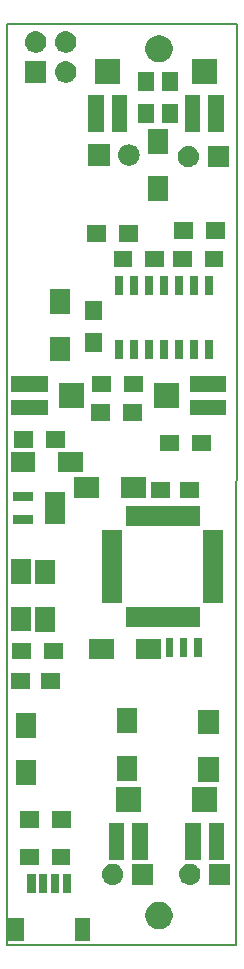
<source format=gbr>
G04 #@! TF.GenerationSoftware,KiCad,Pcbnew,5.0.2-bee76a0~70~ubuntu18.04.1*
G04 #@! TF.CreationDate,2019-12-03T11:06:18+01:00*
G04 #@! TF.ProjectId,instrumnet,696e7374-7275-46d6-9e65-742e6b696361,rev?*
G04 #@! TF.SameCoordinates,Original*
G04 #@! TF.FileFunction,Soldermask,Top*
G04 #@! TF.FilePolarity,Negative*
%FSLAX46Y46*%
G04 Gerber Fmt 4.6, Leading zero omitted, Abs format (unit mm)*
G04 Created by KiCad (PCBNEW 5.0.2-bee76a0~70~ubuntu18.04.1) date Tue 03 Dec 2019 11:06:18 AM CET*
%MOMM*%
%LPD*%
G01*
G04 APERTURE LIST*
%ADD10C,0.150000*%
%ADD11C,0.100000*%
G04 APERTURE END LIST*
D10*
X125000000Y-64000000D02*
X144500000Y-64000000D01*
X125000000Y-142000000D02*
X125000000Y-64000000D01*
X144400000Y-142000000D02*
X125000000Y-142000000D01*
X144500000Y-64000000D02*
X144400000Y-142000000D01*
D11*
G36*
X132051000Y-141626000D02*
X130749000Y-141626000D01*
X130749000Y-139724000D01*
X132051000Y-139724000D01*
X132051000Y-141626000D01*
X132051000Y-141626000D01*
G37*
G36*
X126451000Y-141626000D02*
X125149000Y-141626000D01*
X125149000Y-139724000D01*
X126451000Y-139724000D01*
X126451000Y-141626000D01*
X126451000Y-141626000D01*
G37*
G36*
X138235734Y-138393232D02*
X138445202Y-138479996D01*
X138633723Y-138605962D01*
X138794038Y-138766277D01*
X138920004Y-138954798D01*
X139006768Y-139164266D01*
X139051000Y-139386635D01*
X139051000Y-139613365D01*
X139006768Y-139835734D01*
X138920004Y-140045202D01*
X138794038Y-140233723D01*
X138633723Y-140394038D01*
X138445202Y-140520004D01*
X138235734Y-140606768D01*
X138013365Y-140651000D01*
X137786635Y-140651000D01*
X137564266Y-140606768D01*
X137354798Y-140520004D01*
X137166277Y-140394038D01*
X137005962Y-140233723D01*
X136879996Y-140045202D01*
X136793232Y-139835734D01*
X136749000Y-139613365D01*
X136749000Y-139386635D01*
X136793232Y-139164266D01*
X136879996Y-138954798D01*
X137005962Y-138766277D01*
X137166277Y-138605962D01*
X137354798Y-138479996D01*
X137564266Y-138393232D01*
X137786635Y-138349000D01*
X138013365Y-138349000D01*
X138235734Y-138393232D01*
X138235734Y-138393232D01*
G37*
G36*
X130451000Y-137626000D02*
X129749000Y-137626000D01*
X129749000Y-135974000D01*
X130451000Y-135974000D01*
X130451000Y-137626000D01*
X130451000Y-137626000D01*
G37*
G36*
X129451000Y-137626000D02*
X128749000Y-137626000D01*
X128749000Y-135974000D01*
X129451000Y-135974000D01*
X129451000Y-137626000D01*
X129451000Y-137626000D01*
G37*
G36*
X127451000Y-137626000D02*
X126749000Y-137626000D01*
X126749000Y-135974000D01*
X127451000Y-135974000D01*
X127451000Y-137626000D01*
X127451000Y-137626000D01*
G37*
G36*
X128451000Y-137626000D02*
X127749000Y-137626000D01*
X127749000Y-135974000D01*
X128451000Y-135974000D01*
X128451000Y-137626000D01*
X128451000Y-137626000D01*
G37*
G36*
X137401000Y-136901000D02*
X135599000Y-136901000D01*
X135599000Y-135099000D01*
X137401000Y-135099000D01*
X137401000Y-136901000D01*
X137401000Y-136901000D01*
G37*
G36*
X143941000Y-136901000D02*
X142139000Y-136901000D01*
X142139000Y-135099000D01*
X143941000Y-135099000D01*
X143941000Y-136901000D01*
X143941000Y-136901000D01*
G37*
G36*
X140610442Y-135105518D02*
X140676627Y-135112037D01*
X140789853Y-135146384D01*
X140846467Y-135163557D01*
X140985087Y-135237652D01*
X141002991Y-135247222D01*
X141007594Y-135251000D01*
X141140186Y-135359814D01*
X141223448Y-135461271D01*
X141252778Y-135497009D01*
X141252779Y-135497011D01*
X141336443Y-135653533D01*
X141336443Y-135653534D01*
X141387963Y-135823373D01*
X141405359Y-136000000D01*
X141387963Y-136176627D01*
X141353616Y-136289853D01*
X141336443Y-136346467D01*
X141262348Y-136485087D01*
X141252778Y-136502991D01*
X141223448Y-136538729D01*
X141140186Y-136640186D01*
X141038729Y-136723448D01*
X141002991Y-136752778D01*
X141002989Y-136752779D01*
X140846467Y-136836443D01*
X140789853Y-136853616D01*
X140676627Y-136887963D01*
X140610442Y-136894482D01*
X140544260Y-136901000D01*
X140455740Y-136901000D01*
X140389558Y-136894482D01*
X140323373Y-136887963D01*
X140210147Y-136853616D01*
X140153533Y-136836443D01*
X139997011Y-136752779D01*
X139997009Y-136752778D01*
X139961271Y-136723448D01*
X139859814Y-136640186D01*
X139776552Y-136538729D01*
X139747222Y-136502991D01*
X139737652Y-136485087D01*
X139663557Y-136346467D01*
X139646384Y-136289853D01*
X139612037Y-136176627D01*
X139594641Y-136000000D01*
X139612037Y-135823373D01*
X139663557Y-135653534D01*
X139663557Y-135653533D01*
X139747221Y-135497011D01*
X139747222Y-135497009D01*
X139776552Y-135461271D01*
X139859814Y-135359814D01*
X139992406Y-135251000D01*
X139997009Y-135247222D01*
X140014913Y-135237652D01*
X140153533Y-135163557D01*
X140210147Y-135146384D01*
X140323373Y-135112037D01*
X140389558Y-135105518D01*
X140455740Y-135099000D01*
X140544260Y-135099000D01*
X140610442Y-135105518D01*
X140610442Y-135105518D01*
G37*
G36*
X134070442Y-135105518D02*
X134136627Y-135112037D01*
X134249853Y-135146384D01*
X134306467Y-135163557D01*
X134445087Y-135237652D01*
X134462991Y-135247222D01*
X134467594Y-135251000D01*
X134600186Y-135359814D01*
X134683448Y-135461271D01*
X134712778Y-135497009D01*
X134712779Y-135497011D01*
X134796443Y-135653533D01*
X134796443Y-135653534D01*
X134847963Y-135823373D01*
X134865359Y-136000000D01*
X134847963Y-136176627D01*
X134813616Y-136289853D01*
X134796443Y-136346467D01*
X134722348Y-136485087D01*
X134712778Y-136502991D01*
X134683448Y-136538729D01*
X134600186Y-136640186D01*
X134498729Y-136723448D01*
X134462991Y-136752778D01*
X134462989Y-136752779D01*
X134306467Y-136836443D01*
X134249853Y-136853616D01*
X134136627Y-136887963D01*
X134070442Y-136894482D01*
X134004260Y-136901000D01*
X133915740Y-136901000D01*
X133849558Y-136894482D01*
X133783373Y-136887963D01*
X133670147Y-136853616D01*
X133613533Y-136836443D01*
X133457011Y-136752779D01*
X133457009Y-136752778D01*
X133421271Y-136723448D01*
X133319814Y-136640186D01*
X133236552Y-136538729D01*
X133207222Y-136502991D01*
X133197652Y-136485087D01*
X133123557Y-136346467D01*
X133106384Y-136289853D01*
X133072037Y-136176627D01*
X133054641Y-136000000D01*
X133072037Y-135823373D01*
X133123557Y-135653534D01*
X133123557Y-135653533D01*
X133207221Y-135497011D01*
X133207222Y-135497009D01*
X133236552Y-135461271D01*
X133319814Y-135359814D01*
X133452406Y-135251000D01*
X133457009Y-135247222D01*
X133474913Y-135237652D01*
X133613533Y-135163557D01*
X133670147Y-135146384D01*
X133783373Y-135112037D01*
X133849558Y-135105518D01*
X133915740Y-135099000D01*
X134004260Y-135099000D01*
X134070442Y-135105518D01*
X134070442Y-135105518D01*
G37*
G36*
X130401000Y-135251000D02*
X128799000Y-135251000D01*
X128799000Y-133849000D01*
X130401000Y-133849000D01*
X130401000Y-135251000D01*
X130401000Y-135251000D01*
G37*
G36*
X127701000Y-135251000D02*
X126099000Y-135251000D01*
X126099000Y-133849000D01*
X127701000Y-133849000D01*
X127701000Y-135251000D01*
X127701000Y-135251000D01*
G37*
G36*
X143431000Y-134791000D02*
X142129000Y-134791000D01*
X142129000Y-131689000D01*
X143431000Y-131689000D01*
X143431000Y-134791000D01*
X143431000Y-134791000D01*
G37*
G36*
X141431000Y-134791000D02*
X140129000Y-134791000D01*
X140129000Y-131689000D01*
X141431000Y-131689000D01*
X141431000Y-134791000D01*
X141431000Y-134791000D01*
G37*
G36*
X134931000Y-134791000D02*
X133629000Y-134791000D01*
X133629000Y-131689000D01*
X134931000Y-131689000D01*
X134931000Y-134791000D01*
X134931000Y-134791000D01*
G37*
G36*
X136931000Y-134791000D02*
X135629000Y-134791000D01*
X135629000Y-131689000D01*
X136931000Y-131689000D01*
X136931000Y-134791000D01*
X136931000Y-134791000D01*
G37*
G36*
X127741000Y-132051000D02*
X126139000Y-132051000D01*
X126139000Y-130649000D01*
X127741000Y-130649000D01*
X127741000Y-132051000D01*
X127741000Y-132051000D01*
G37*
G36*
X130441000Y-132051000D02*
X128839000Y-132051000D01*
X128839000Y-130649000D01*
X130441000Y-130649000D01*
X130441000Y-132051000D01*
X130441000Y-132051000D01*
G37*
G36*
X142831000Y-130741000D02*
X140729000Y-130741000D01*
X140729000Y-128639000D01*
X142831000Y-128639000D01*
X142831000Y-130741000D01*
X142831000Y-130741000D01*
G37*
G36*
X136331000Y-130741000D02*
X134229000Y-130741000D01*
X134229000Y-128639000D01*
X136331000Y-128639000D01*
X136331000Y-130741000D01*
X136331000Y-130741000D01*
G37*
G36*
X127451000Y-128451000D02*
X125749000Y-128451000D01*
X125749000Y-126349000D01*
X127451000Y-126349000D01*
X127451000Y-128451000D01*
X127451000Y-128451000D01*
G37*
G36*
X142941000Y-128161000D02*
X141239000Y-128161000D01*
X141239000Y-126059000D01*
X142941000Y-126059000D01*
X142941000Y-128161000D01*
X142941000Y-128161000D01*
G37*
G36*
X136061000Y-128071000D02*
X134359000Y-128071000D01*
X134359000Y-125969000D01*
X136061000Y-125969000D01*
X136061000Y-128071000D01*
X136061000Y-128071000D01*
G37*
G36*
X127451000Y-124451000D02*
X125749000Y-124451000D01*
X125749000Y-122349000D01*
X127451000Y-122349000D01*
X127451000Y-124451000D01*
X127451000Y-124451000D01*
G37*
G36*
X142941000Y-124161000D02*
X141239000Y-124161000D01*
X141239000Y-122059000D01*
X142941000Y-122059000D01*
X142941000Y-124161000D01*
X142941000Y-124161000D01*
G37*
G36*
X136061000Y-124071000D02*
X134359000Y-124071000D01*
X134359000Y-121969000D01*
X136061000Y-121969000D01*
X136061000Y-124071000D01*
X136061000Y-124071000D01*
G37*
G36*
X126981000Y-120286000D02*
X125379000Y-120286000D01*
X125379000Y-118934000D01*
X126981000Y-118934000D01*
X126981000Y-120286000D01*
X126981000Y-120286000D01*
G37*
G36*
X129481000Y-120286000D02*
X127879000Y-120286000D01*
X127879000Y-118934000D01*
X129481000Y-118934000D01*
X129481000Y-120286000D01*
X129481000Y-120286000D01*
G37*
G36*
X129731000Y-117811000D02*
X128129000Y-117811000D01*
X128129000Y-116409000D01*
X129731000Y-116409000D01*
X129731000Y-117811000D01*
X129731000Y-117811000D01*
G37*
G36*
X127031000Y-117811000D02*
X125429000Y-117811000D01*
X125429000Y-116409000D01*
X127031000Y-116409000D01*
X127031000Y-117811000D01*
X127031000Y-117811000D01*
G37*
G36*
X138091000Y-117781000D02*
X135989000Y-117781000D01*
X135989000Y-116079000D01*
X138091000Y-116079000D01*
X138091000Y-117781000D01*
X138091000Y-117781000D01*
G37*
G36*
X134091000Y-117781000D02*
X131989000Y-117781000D01*
X131989000Y-116079000D01*
X134091000Y-116079000D01*
X134091000Y-117781000D01*
X134091000Y-117781000D01*
G37*
G36*
X139101000Y-117628138D02*
X138499000Y-117628138D01*
X138499000Y-116026138D01*
X139101000Y-116026138D01*
X139101000Y-117628138D01*
X139101000Y-117628138D01*
G37*
G36*
X141501000Y-117628138D02*
X140899000Y-117628138D01*
X140899000Y-116026138D01*
X141501000Y-116026138D01*
X141501000Y-117628138D01*
X141501000Y-117628138D01*
G37*
G36*
X140301000Y-117628138D02*
X139699000Y-117628138D01*
X139699000Y-116026138D01*
X140301000Y-116026138D01*
X140301000Y-117628138D01*
X140301000Y-117628138D01*
G37*
G36*
X129101000Y-115471000D02*
X127399000Y-115471000D01*
X127399000Y-113369000D01*
X129101000Y-113369000D01*
X129101000Y-115471000D01*
X129101000Y-115471000D01*
G37*
G36*
X127041000Y-115451000D02*
X125339000Y-115451000D01*
X125339000Y-113349000D01*
X127041000Y-113349000D01*
X127041000Y-115451000D01*
X127041000Y-115451000D01*
G37*
G36*
X141326000Y-115051000D02*
X135074000Y-115051000D01*
X135074000Y-113349000D01*
X141326000Y-113349000D01*
X141326000Y-115051000D01*
X141326000Y-115051000D01*
G37*
G36*
X134801000Y-113076000D02*
X133099000Y-113076000D01*
X133099000Y-106824000D01*
X134801000Y-106824000D01*
X134801000Y-113076000D01*
X134801000Y-113076000D01*
G37*
G36*
X143301000Y-113076000D02*
X141599000Y-113076000D01*
X141599000Y-106824000D01*
X143301000Y-106824000D01*
X143301000Y-113076000D01*
X143301000Y-113076000D01*
G37*
G36*
X129101000Y-111471000D02*
X127399000Y-111471000D01*
X127399000Y-109369000D01*
X129101000Y-109369000D01*
X129101000Y-111471000D01*
X129101000Y-111471000D01*
G37*
G36*
X127041000Y-111451000D02*
X125339000Y-111451000D01*
X125339000Y-109349000D01*
X127041000Y-109349000D01*
X127041000Y-111451000D01*
X127041000Y-111451000D01*
G37*
G36*
X141326000Y-106551000D02*
X135074000Y-106551000D01*
X135074000Y-104849000D01*
X141326000Y-104849000D01*
X141326000Y-106551000D01*
X141326000Y-106551000D01*
G37*
G36*
X127231000Y-106326000D02*
X125569000Y-106326000D01*
X125569000Y-105574000D01*
X127231000Y-105574000D01*
X127231000Y-106326000D01*
X127231000Y-106326000D01*
G37*
G36*
X129931000Y-106326000D02*
X128269000Y-106326000D01*
X128269000Y-103674000D01*
X129931000Y-103674000D01*
X129931000Y-106326000D01*
X129931000Y-106326000D01*
G37*
G36*
X127231000Y-104426000D02*
X125569000Y-104426000D01*
X125569000Y-103674000D01*
X127231000Y-103674000D01*
X127231000Y-104426000D01*
X127231000Y-104426000D01*
G37*
G36*
X141301000Y-104176000D02*
X139699000Y-104176000D01*
X139699000Y-102824000D01*
X141301000Y-102824000D01*
X141301000Y-104176000D01*
X141301000Y-104176000D01*
G37*
G36*
X138801000Y-104176000D02*
X137199000Y-104176000D01*
X137199000Y-102824000D01*
X138801000Y-102824000D01*
X138801000Y-104176000D01*
X138801000Y-104176000D01*
G37*
G36*
X132801000Y-104151000D02*
X130699000Y-104151000D01*
X130699000Y-102349000D01*
X132801000Y-102349000D01*
X132801000Y-104151000D01*
X132801000Y-104151000D01*
G37*
G36*
X136801000Y-104151000D02*
X134699000Y-104151000D01*
X134699000Y-102349000D01*
X136801000Y-102349000D01*
X136801000Y-104151000D01*
X136801000Y-104151000D01*
G37*
G36*
X127431000Y-101961000D02*
X125329000Y-101961000D01*
X125329000Y-100259000D01*
X127431000Y-100259000D01*
X127431000Y-101961000D01*
X127431000Y-101961000D01*
G37*
G36*
X131431000Y-101961000D02*
X129329000Y-101961000D01*
X129329000Y-100259000D01*
X131431000Y-100259000D01*
X131431000Y-101961000D01*
X131431000Y-101961000D01*
G37*
G36*
X139601000Y-100201000D02*
X137999000Y-100201000D01*
X137999000Y-98799000D01*
X139601000Y-98799000D01*
X139601000Y-100201000D01*
X139601000Y-100201000D01*
G37*
G36*
X142301000Y-100201000D02*
X140699000Y-100201000D01*
X140699000Y-98799000D01*
X142301000Y-98799000D01*
X142301000Y-100201000D01*
X142301000Y-100201000D01*
G37*
G36*
X127211000Y-99911000D02*
X125609000Y-99911000D01*
X125609000Y-98509000D01*
X127211000Y-98509000D01*
X127211000Y-99911000D01*
X127211000Y-99911000D01*
G37*
G36*
X129911000Y-99911000D02*
X128309000Y-99911000D01*
X128309000Y-98509000D01*
X129911000Y-98509000D01*
X129911000Y-99911000D01*
X129911000Y-99911000D01*
G37*
G36*
X136451000Y-97601000D02*
X134849000Y-97601000D01*
X134849000Y-96199000D01*
X136451000Y-96199000D01*
X136451000Y-97601000D01*
X136451000Y-97601000D01*
G37*
G36*
X133751000Y-97601000D02*
X132149000Y-97601000D01*
X132149000Y-96199000D01*
X133751000Y-96199000D01*
X133751000Y-97601000D01*
X133751000Y-97601000D01*
G37*
G36*
X143601000Y-97151000D02*
X140499000Y-97151000D01*
X140499000Y-95849000D01*
X143601000Y-95849000D01*
X143601000Y-97151000D01*
X143601000Y-97151000D01*
G37*
G36*
X128501000Y-97151000D02*
X125399000Y-97151000D01*
X125399000Y-95849000D01*
X128501000Y-95849000D01*
X128501000Y-97151000D01*
X128501000Y-97151000D01*
G37*
G36*
X139551000Y-96551000D02*
X137449000Y-96551000D01*
X137449000Y-94449000D01*
X139551000Y-94449000D01*
X139551000Y-96551000D01*
X139551000Y-96551000D01*
G37*
G36*
X131551000Y-96551000D02*
X129449000Y-96551000D01*
X129449000Y-94449000D01*
X131551000Y-94449000D01*
X131551000Y-96551000D01*
X131551000Y-96551000D01*
G37*
G36*
X136501000Y-95201000D02*
X134899000Y-95201000D01*
X134899000Y-93799000D01*
X136501000Y-93799000D01*
X136501000Y-95201000D01*
X136501000Y-95201000D01*
G37*
G36*
X133801000Y-95201000D02*
X132199000Y-95201000D01*
X132199000Y-93799000D01*
X133801000Y-93799000D01*
X133801000Y-95201000D01*
X133801000Y-95201000D01*
G37*
G36*
X143601000Y-95151000D02*
X140499000Y-95151000D01*
X140499000Y-93849000D01*
X143601000Y-93849000D01*
X143601000Y-95151000D01*
X143601000Y-95151000D01*
G37*
G36*
X128501000Y-95151000D02*
X125399000Y-95151000D01*
X125399000Y-93849000D01*
X128501000Y-93849000D01*
X128501000Y-95151000D01*
X128501000Y-95151000D01*
G37*
G36*
X130351000Y-92591000D02*
X128649000Y-92591000D01*
X128649000Y-90489000D01*
X130351000Y-90489000D01*
X130351000Y-92591000D01*
X130351000Y-92591000D01*
G37*
G36*
X136101000Y-92351000D02*
X135399000Y-92351000D01*
X135399000Y-90749000D01*
X136101000Y-90749000D01*
X136101000Y-92351000D01*
X136101000Y-92351000D01*
G37*
G36*
X134831000Y-92351000D02*
X134129000Y-92351000D01*
X134129000Y-90749000D01*
X134831000Y-90749000D01*
X134831000Y-92351000D01*
X134831000Y-92351000D01*
G37*
G36*
X137371000Y-92351000D02*
X136669000Y-92351000D01*
X136669000Y-90749000D01*
X137371000Y-90749000D01*
X137371000Y-92351000D01*
X137371000Y-92351000D01*
G37*
G36*
X138641000Y-92351000D02*
X137939000Y-92351000D01*
X137939000Y-90749000D01*
X138641000Y-90749000D01*
X138641000Y-92351000D01*
X138641000Y-92351000D01*
G37*
G36*
X139911000Y-92351000D02*
X139209000Y-92351000D01*
X139209000Y-90749000D01*
X139911000Y-90749000D01*
X139911000Y-92351000D01*
X139911000Y-92351000D01*
G37*
G36*
X141181000Y-92351000D02*
X140479000Y-92351000D01*
X140479000Y-90749000D01*
X141181000Y-90749000D01*
X141181000Y-92351000D01*
X141181000Y-92351000D01*
G37*
G36*
X142451000Y-92351000D02*
X141749000Y-92351000D01*
X141749000Y-90749000D01*
X142451000Y-90749000D01*
X142451000Y-92351000D01*
X142451000Y-92351000D01*
G37*
G36*
X133031000Y-91791000D02*
X131629000Y-91791000D01*
X131629000Y-90189000D01*
X133031000Y-90189000D01*
X133031000Y-91791000D01*
X133031000Y-91791000D01*
G37*
G36*
X133031000Y-89091000D02*
X131629000Y-89091000D01*
X131629000Y-87489000D01*
X133031000Y-87489000D01*
X133031000Y-89091000D01*
X133031000Y-89091000D01*
G37*
G36*
X130351000Y-88591000D02*
X128649000Y-88591000D01*
X128649000Y-86489000D01*
X130351000Y-86489000D01*
X130351000Y-88591000D01*
X130351000Y-88591000D01*
G37*
G36*
X141181000Y-86951000D02*
X140479000Y-86951000D01*
X140479000Y-85349000D01*
X141181000Y-85349000D01*
X141181000Y-86951000D01*
X141181000Y-86951000D01*
G37*
G36*
X142451000Y-86951000D02*
X141749000Y-86951000D01*
X141749000Y-85349000D01*
X142451000Y-85349000D01*
X142451000Y-86951000D01*
X142451000Y-86951000D01*
G37*
G36*
X139911000Y-86951000D02*
X139209000Y-86951000D01*
X139209000Y-85349000D01*
X139911000Y-85349000D01*
X139911000Y-86951000D01*
X139911000Y-86951000D01*
G37*
G36*
X138641000Y-86951000D02*
X137939000Y-86951000D01*
X137939000Y-85349000D01*
X138641000Y-85349000D01*
X138641000Y-86951000D01*
X138641000Y-86951000D01*
G37*
G36*
X137371000Y-86951000D02*
X136669000Y-86951000D01*
X136669000Y-85349000D01*
X137371000Y-85349000D01*
X137371000Y-86951000D01*
X137371000Y-86951000D01*
G37*
G36*
X136101000Y-86951000D02*
X135399000Y-86951000D01*
X135399000Y-85349000D01*
X136101000Y-85349000D01*
X136101000Y-86951000D01*
X136101000Y-86951000D01*
G37*
G36*
X134831000Y-86951000D02*
X134129000Y-86951000D01*
X134129000Y-85349000D01*
X134831000Y-85349000D01*
X134831000Y-86951000D01*
X134831000Y-86951000D01*
G37*
G36*
X143351000Y-84601000D02*
X141749000Y-84601000D01*
X141749000Y-83199000D01*
X143351000Y-83199000D01*
X143351000Y-84601000D01*
X143351000Y-84601000D01*
G37*
G36*
X138351000Y-84601000D02*
X136749000Y-84601000D01*
X136749000Y-83199000D01*
X138351000Y-83199000D01*
X138351000Y-84601000D01*
X138351000Y-84601000D01*
G37*
G36*
X135651000Y-84601000D02*
X134049000Y-84601000D01*
X134049000Y-83199000D01*
X135651000Y-83199000D01*
X135651000Y-84601000D01*
X135651000Y-84601000D01*
G37*
G36*
X140651000Y-84601000D02*
X139049000Y-84601000D01*
X139049000Y-83199000D01*
X140651000Y-83199000D01*
X140651000Y-84601000D01*
X140651000Y-84601000D01*
G37*
G36*
X133431000Y-82481000D02*
X131829000Y-82481000D01*
X131829000Y-81079000D01*
X133431000Y-81079000D01*
X133431000Y-82481000D01*
X133431000Y-82481000D01*
G37*
G36*
X136131000Y-82481000D02*
X134529000Y-82481000D01*
X134529000Y-81079000D01*
X136131000Y-81079000D01*
X136131000Y-82481000D01*
X136131000Y-82481000D01*
G37*
G36*
X140791000Y-82191000D02*
X139189000Y-82191000D01*
X139189000Y-80789000D01*
X140791000Y-80789000D01*
X140791000Y-82191000D01*
X140791000Y-82191000D01*
G37*
G36*
X143491000Y-82191000D02*
X141889000Y-82191000D01*
X141889000Y-80789000D01*
X143491000Y-80789000D01*
X143491000Y-82191000D01*
X143491000Y-82191000D01*
G37*
G36*
X138681000Y-79021000D02*
X136979000Y-79021000D01*
X136979000Y-76919000D01*
X138681000Y-76919000D01*
X138681000Y-79021000D01*
X138681000Y-79021000D01*
G37*
G36*
X143821000Y-76141000D02*
X142019000Y-76141000D01*
X142019000Y-74339000D01*
X143821000Y-74339000D01*
X143821000Y-76141000D01*
X143821000Y-76141000D01*
G37*
G36*
X140490443Y-74345519D02*
X140556627Y-74352037D01*
X140669853Y-74386384D01*
X140726467Y-74403557D01*
X140850423Y-74469814D01*
X140882991Y-74487222D01*
X140918729Y-74516552D01*
X141020186Y-74599814D01*
X141103448Y-74701271D01*
X141132778Y-74737009D01*
X141132779Y-74737011D01*
X141216443Y-74893533D01*
X141216443Y-74893534D01*
X141267963Y-75063373D01*
X141285359Y-75240000D01*
X141267963Y-75416627D01*
X141233616Y-75529853D01*
X141216443Y-75586467D01*
X141202266Y-75612989D01*
X141132778Y-75742991D01*
X141126873Y-75750186D01*
X141020186Y-75880186D01*
X140939450Y-75946443D01*
X140882991Y-75992778D01*
X140882989Y-75992779D01*
X140726467Y-76076443D01*
X140669853Y-76093616D01*
X140556627Y-76127963D01*
X140490443Y-76134481D01*
X140424260Y-76141000D01*
X140335740Y-76141000D01*
X140269557Y-76134481D01*
X140203373Y-76127963D01*
X140090147Y-76093616D01*
X140033533Y-76076443D01*
X139877011Y-75992779D01*
X139877009Y-75992778D01*
X139820550Y-75946443D01*
X139739814Y-75880186D01*
X139633127Y-75750186D01*
X139627222Y-75742991D01*
X139557734Y-75612989D01*
X139543557Y-75586467D01*
X139526384Y-75529853D01*
X139492037Y-75416627D01*
X139474641Y-75240000D01*
X139492037Y-75063373D01*
X139543557Y-74893534D01*
X139543557Y-74893533D01*
X139627221Y-74737011D01*
X139627222Y-74737009D01*
X139656552Y-74701271D01*
X139739814Y-74599814D01*
X139841271Y-74516552D01*
X139877009Y-74487222D01*
X139909577Y-74469814D01*
X140033533Y-74403557D01*
X140090147Y-74386384D01*
X140203373Y-74352037D01*
X140269557Y-74345519D01*
X140335740Y-74339000D01*
X140424260Y-74339000D01*
X140490443Y-74345519D01*
X140490443Y-74345519D01*
G37*
G36*
X135460443Y-74215519D02*
X135526627Y-74222037D01*
X135639853Y-74256384D01*
X135696467Y-74273557D01*
X135818900Y-74339000D01*
X135852991Y-74357222D01*
X135888729Y-74386552D01*
X135990186Y-74469814D01*
X136073448Y-74571271D01*
X136102778Y-74607009D01*
X136102779Y-74607011D01*
X136186443Y-74763533D01*
X136186443Y-74763534D01*
X136237963Y-74933373D01*
X136255359Y-75110000D01*
X136237963Y-75286627D01*
X136203616Y-75399853D01*
X136186443Y-75456467D01*
X136112348Y-75595087D01*
X136102778Y-75612991D01*
X136073448Y-75648729D01*
X135990186Y-75750186D01*
X135888729Y-75833448D01*
X135852991Y-75862778D01*
X135852989Y-75862779D01*
X135696467Y-75946443D01*
X135639853Y-75963616D01*
X135526627Y-75997963D01*
X135460443Y-76004481D01*
X135394260Y-76011000D01*
X135305740Y-76011000D01*
X135239557Y-76004481D01*
X135173373Y-75997963D01*
X135060147Y-75963616D01*
X135003533Y-75946443D01*
X134847011Y-75862779D01*
X134847009Y-75862778D01*
X134811271Y-75833448D01*
X134709814Y-75750186D01*
X134626552Y-75648729D01*
X134597222Y-75612991D01*
X134587652Y-75595087D01*
X134513557Y-75456467D01*
X134496384Y-75399853D01*
X134462037Y-75286627D01*
X134444641Y-75110000D01*
X134462037Y-74933373D01*
X134513557Y-74763534D01*
X134513557Y-74763533D01*
X134597221Y-74607011D01*
X134597222Y-74607009D01*
X134626552Y-74571271D01*
X134709814Y-74469814D01*
X134811271Y-74386552D01*
X134847009Y-74357222D01*
X134881100Y-74339000D01*
X135003533Y-74273557D01*
X135060147Y-74256384D01*
X135173373Y-74222037D01*
X135239557Y-74215519D01*
X135305740Y-74209000D01*
X135394260Y-74209000D01*
X135460443Y-74215519D01*
X135460443Y-74215519D01*
G37*
G36*
X133711000Y-76011000D02*
X131909000Y-76011000D01*
X131909000Y-74209000D01*
X133711000Y-74209000D01*
X133711000Y-76011000D01*
X133711000Y-76011000D01*
G37*
G36*
X138681000Y-75021000D02*
X136979000Y-75021000D01*
X136979000Y-72919000D01*
X138681000Y-72919000D01*
X138681000Y-75021000D01*
X138681000Y-75021000D01*
G37*
G36*
X133211000Y-73161000D02*
X131909000Y-73161000D01*
X131909000Y-70059000D01*
X133211000Y-70059000D01*
X133211000Y-73161000D01*
X133211000Y-73161000D01*
G37*
G36*
X135211000Y-73161000D02*
X133909000Y-73161000D01*
X133909000Y-70059000D01*
X135211000Y-70059000D01*
X135211000Y-73161000D01*
X135211000Y-73161000D01*
G37*
G36*
X141381000Y-73131000D02*
X140079000Y-73131000D01*
X140079000Y-70029000D01*
X141381000Y-70029000D01*
X141381000Y-73131000D01*
X141381000Y-73131000D01*
G37*
G36*
X143381000Y-73131000D02*
X142079000Y-73131000D01*
X142079000Y-70029000D01*
X143381000Y-70029000D01*
X143381000Y-73131000D01*
X143381000Y-73131000D01*
G37*
G36*
X137511000Y-72411000D02*
X136109000Y-72411000D01*
X136109000Y-70809000D01*
X137511000Y-70809000D01*
X137511000Y-72411000D01*
X137511000Y-72411000D01*
G37*
G36*
X139541000Y-72411000D02*
X138139000Y-72411000D01*
X138139000Y-70809000D01*
X139541000Y-70809000D01*
X139541000Y-72411000D01*
X139541000Y-72411000D01*
G37*
G36*
X139541000Y-69711000D02*
X138139000Y-69711000D01*
X138139000Y-68109000D01*
X139541000Y-68109000D01*
X139541000Y-69711000D01*
X139541000Y-69711000D01*
G37*
G36*
X137511000Y-69711000D02*
X136109000Y-69711000D01*
X136109000Y-68109000D01*
X137511000Y-68109000D01*
X137511000Y-69711000D01*
X137511000Y-69711000D01*
G37*
G36*
X134611000Y-69111000D02*
X132509000Y-69111000D01*
X132509000Y-67009000D01*
X134611000Y-67009000D01*
X134611000Y-69111000D01*
X134611000Y-69111000D01*
G37*
G36*
X142781000Y-69081000D02*
X140679000Y-69081000D01*
X140679000Y-66979000D01*
X142781000Y-66979000D01*
X142781000Y-69081000D01*
X142781000Y-69081000D01*
G37*
G36*
X130110442Y-67185518D02*
X130176627Y-67192037D01*
X130289853Y-67226384D01*
X130346467Y-67243557D01*
X130485087Y-67317652D01*
X130502991Y-67327222D01*
X130538729Y-67356552D01*
X130640186Y-67439814D01*
X130723448Y-67541271D01*
X130752778Y-67577009D01*
X130752779Y-67577011D01*
X130836443Y-67733533D01*
X130836443Y-67733534D01*
X130887963Y-67903373D01*
X130905359Y-68080000D01*
X130887963Y-68256627D01*
X130853616Y-68369853D01*
X130836443Y-68426467D01*
X130762348Y-68565087D01*
X130752778Y-68582991D01*
X130723448Y-68618729D01*
X130640186Y-68720186D01*
X130538729Y-68803448D01*
X130502991Y-68832778D01*
X130502989Y-68832779D01*
X130346467Y-68916443D01*
X130289853Y-68933616D01*
X130176627Y-68967963D01*
X130110442Y-68974482D01*
X130044260Y-68981000D01*
X129955740Y-68981000D01*
X129889558Y-68974482D01*
X129823373Y-68967963D01*
X129710147Y-68933616D01*
X129653533Y-68916443D01*
X129497011Y-68832779D01*
X129497009Y-68832778D01*
X129461271Y-68803448D01*
X129359814Y-68720186D01*
X129276552Y-68618729D01*
X129247222Y-68582991D01*
X129237652Y-68565087D01*
X129163557Y-68426467D01*
X129146384Y-68369853D01*
X129112037Y-68256627D01*
X129094641Y-68080000D01*
X129112037Y-67903373D01*
X129163557Y-67733534D01*
X129163557Y-67733533D01*
X129247221Y-67577011D01*
X129247222Y-67577009D01*
X129276552Y-67541271D01*
X129359814Y-67439814D01*
X129461271Y-67356552D01*
X129497009Y-67327222D01*
X129514913Y-67317652D01*
X129653533Y-67243557D01*
X129710147Y-67226384D01*
X129823373Y-67192037D01*
X129889558Y-67185518D01*
X129955740Y-67179000D01*
X130044260Y-67179000D01*
X130110442Y-67185518D01*
X130110442Y-67185518D01*
G37*
G36*
X128361000Y-68981000D02*
X126559000Y-68981000D01*
X126559000Y-67179000D01*
X128361000Y-67179000D01*
X128361000Y-68981000D01*
X128361000Y-68981000D01*
G37*
G36*
X138235734Y-64993232D02*
X138445202Y-65079996D01*
X138633723Y-65205962D01*
X138794038Y-65366277D01*
X138920004Y-65554798D01*
X139006768Y-65764266D01*
X139051000Y-65986635D01*
X139051000Y-66213365D01*
X139006768Y-66435734D01*
X138920004Y-66645202D01*
X138794038Y-66833723D01*
X138633723Y-66994038D01*
X138445202Y-67120004D01*
X138235734Y-67206768D01*
X138013365Y-67251000D01*
X137786635Y-67251000D01*
X137564266Y-67206768D01*
X137354798Y-67120004D01*
X137166277Y-66994038D01*
X137005962Y-66833723D01*
X136879996Y-66645202D01*
X136793232Y-66435734D01*
X136749000Y-66213365D01*
X136749000Y-65986635D01*
X136793232Y-65764266D01*
X136879996Y-65554798D01*
X137005962Y-65366277D01*
X137166277Y-65205962D01*
X137354798Y-65079996D01*
X137564266Y-64993232D01*
X137786635Y-64949000D01*
X138013365Y-64949000D01*
X138235734Y-64993232D01*
X138235734Y-64993232D01*
G37*
G36*
X130110443Y-64645519D02*
X130176627Y-64652037D01*
X130289853Y-64686384D01*
X130346467Y-64703557D01*
X130485087Y-64777652D01*
X130502991Y-64787222D01*
X130538729Y-64816552D01*
X130640186Y-64899814D01*
X130716851Y-64993232D01*
X130752778Y-65037009D01*
X130752779Y-65037011D01*
X130836443Y-65193533D01*
X130840213Y-65205962D01*
X130887963Y-65363373D01*
X130905359Y-65540000D01*
X130887963Y-65716627D01*
X130873512Y-65764266D01*
X130836443Y-65886467D01*
X130782901Y-65986635D01*
X130752778Y-66042991D01*
X130723448Y-66078729D01*
X130640186Y-66180186D01*
X130538729Y-66263448D01*
X130502991Y-66292778D01*
X130502989Y-66292779D01*
X130346467Y-66376443D01*
X130289853Y-66393616D01*
X130176627Y-66427963D01*
X130110443Y-66434481D01*
X130044260Y-66441000D01*
X129955740Y-66441000D01*
X129889557Y-66434481D01*
X129823373Y-66427963D01*
X129710147Y-66393616D01*
X129653533Y-66376443D01*
X129497011Y-66292779D01*
X129497009Y-66292778D01*
X129461271Y-66263448D01*
X129359814Y-66180186D01*
X129276552Y-66078729D01*
X129247222Y-66042991D01*
X129217099Y-65986635D01*
X129163557Y-65886467D01*
X129126488Y-65764266D01*
X129112037Y-65716627D01*
X129094641Y-65540000D01*
X129112037Y-65363373D01*
X129159787Y-65205962D01*
X129163557Y-65193533D01*
X129247221Y-65037011D01*
X129247222Y-65037009D01*
X129283149Y-64993232D01*
X129359814Y-64899814D01*
X129461271Y-64816552D01*
X129497009Y-64787222D01*
X129514913Y-64777652D01*
X129653533Y-64703557D01*
X129710147Y-64686384D01*
X129823373Y-64652037D01*
X129889557Y-64645519D01*
X129955740Y-64639000D01*
X130044260Y-64639000D01*
X130110443Y-64645519D01*
X130110443Y-64645519D01*
G37*
G36*
X127570443Y-64645519D02*
X127636627Y-64652037D01*
X127749853Y-64686384D01*
X127806467Y-64703557D01*
X127945087Y-64777652D01*
X127962991Y-64787222D01*
X127998729Y-64816552D01*
X128100186Y-64899814D01*
X128176851Y-64993232D01*
X128212778Y-65037009D01*
X128212779Y-65037011D01*
X128296443Y-65193533D01*
X128300213Y-65205962D01*
X128347963Y-65363373D01*
X128365359Y-65540000D01*
X128347963Y-65716627D01*
X128333512Y-65764266D01*
X128296443Y-65886467D01*
X128242901Y-65986635D01*
X128212778Y-66042991D01*
X128183448Y-66078729D01*
X128100186Y-66180186D01*
X127998729Y-66263448D01*
X127962991Y-66292778D01*
X127962989Y-66292779D01*
X127806467Y-66376443D01*
X127749853Y-66393616D01*
X127636627Y-66427963D01*
X127570443Y-66434481D01*
X127504260Y-66441000D01*
X127415740Y-66441000D01*
X127349557Y-66434481D01*
X127283373Y-66427963D01*
X127170147Y-66393616D01*
X127113533Y-66376443D01*
X126957011Y-66292779D01*
X126957009Y-66292778D01*
X126921271Y-66263448D01*
X126819814Y-66180186D01*
X126736552Y-66078729D01*
X126707222Y-66042991D01*
X126677099Y-65986635D01*
X126623557Y-65886467D01*
X126586488Y-65764266D01*
X126572037Y-65716627D01*
X126554641Y-65540000D01*
X126572037Y-65363373D01*
X126619787Y-65205962D01*
X126623557Y-65193533D01*
X126707221Y-65037011D01*
X126707222Y-65037009D01*
X126743149Y-64993232D01*
X126819814Y-64899814D01*
X126921271Y-64816552D01*
X126957009Y-64787222D01*
X126974913Y-64777652D01*
X127113533Y-64703557D01*
X127170147Y-64686384D01*
X127283373Y-64652037D01*
X127349557Y-64645519D01*
X127415740Y-64639000D01*
X127504260Y-64639000D01*
X127570443Y-64645519D01*
X127570443Y-64645519D01*
G37*
M02*

</source>
